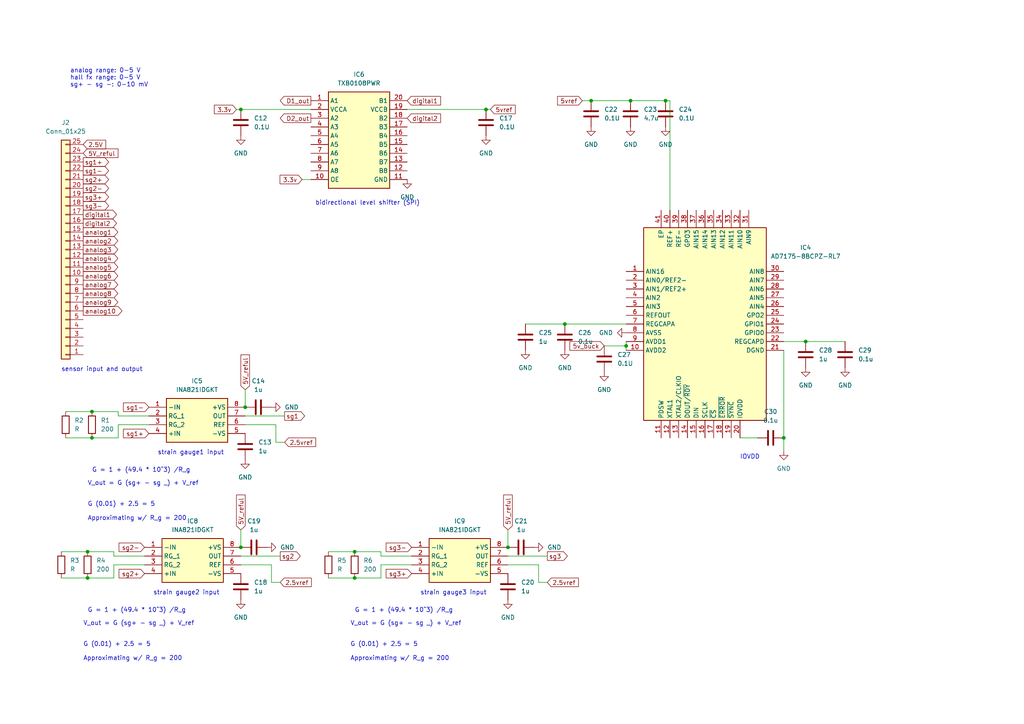
<source format=kicad_sch>
(kicad_sch (version 20230121) (generator eeschema)
  (paper "A4")
  (lib_symbols
    (symbol "21xt_symbols:AD7175-8BCPZ-RL7"
      (property "Reference" "IC" (at 41.91 17.78 0))
      (property "Value" "AD7175-8BCPZ-RL7" (at 41.91 15.24 0))
      (symbol "AD7175-8BCPZ-RL7_1_1"
        (rectangle (start 5.08 12.7) (end 40.64 -43.18) (stroke (width 0.254)) (fill (type background)))
        (pin passive line (at 0 0 0) (length 5.08) (name "AIN16") (number "1"))
        (pin passive line (at 0 -22.86 0) (length 5.08) (name "AVDD2") (number "10"))
        (pin passive line (at 10.16 -48.26 90) (length 5.08) (name "PDSW") (number "11"))
        (pin passive line (at 12.7 -48.26 90) (length 5.08) (name "XTAL1") (number "12"))
        (pin passive line (at 15.24 -48.26 90) (length 5.08) (name "XTAL2/CLKIO") (number "13"))
        (pin passive line (at 17.78 -48.26 90) (length 5.08) (name "DOUT/~{RDY}") (number "14"))
        (pin passive line (at 20.32 -48.26 90) (length 5.08) (name "DIN") (number "15"))
        (pin passive line (at 22.86 -48.26 90) (length 5.08) (name "SCLK") (number "16"))
        (pin passive line (at 25.4 -48.26 90) (length 5.08) (name "~{CS}") (number "17"))
        (pin passive line (at 27.94 -48.26 90) (length 5.08) (name "~{ERROR}") (number "18"))
        (pin passive line (at 30.48 -48.26 90) (length 5.08) (name "~{SYNC}") (number "19"))
        (pin passive line (at 0 -2.54 0) (length 5.08) (name "AIN0/REF2-") (number "2"))
        (pin passive line (at 33.02 -48.26 90) (length 5.08) (name "IOVDD") (number "20"))
        (pin passive line (at 45.72 -22.86 180) (length 5.08) (name "DGND") (number "21"))
        (pin passive line (at 45.72 -20.32 180) (length 5.08) (name "REGCAPD") (number "22"))
        (pin passive line (at 45.72 -17.78 180) (length 5.08) (name "GPIO0") (number "23"))
        (pin passive line (at 45.72 -15.24 180) (length 5.08) (name "GPIO1") (number "24"))
        (pin passive line (at 45.72 -12.7 180) (length 5.08) (name "GPO2") (number "25"))
        (pin passive line (at 45.72 -10.16 180) (length 5.08) (name "AIN4") (number "26"))
        (pin passive line (at 45.72 -7.62 180) (length 5.08) (name "AIN5") (number "27"))
        (pin passive line (at 45.72 -5.08 180) (length 5.08) (name "AIN6") (number "28"))
        (pin passive line (at 45.72 -2.54 180) (length 5.08) (name "AIN7") (number "29"))
        (pin passive line (at 0 -5.08 0) (length 5.08) (name "AIN1/REF2+") (number "3"))
        (pin passive line (at 45.72 0 180) (length 5.08) (name "AIN8") (number "30"))
        (pin passive line (at 35.56 17.78 270) (length 5.08) (name "AIN9") (number "31"))
        (pin passive line (at 33.02 17.78 270) (length 5.08) (name "AIN10") (number "32"))
        (pin passive line (at 30.48 17.78 270) (length 5.08) (name "AIN11") (number "33"))
        (pin passive line (at 27.94 17.78 270) (length 5.08) (name "AIN12") (number "34"))
        (pin passive line (at 25.4 17.78 270) (length 5.08) (name "AIN13") (number "35"))
        (pin passive line (at 22.86 17.78 270) (length 5.08) (name "AIN14") (number "36"))
        (pin passive line (at 20.32 17.78 270) (length 5.08) (name "AIN15") (number "37"))
        (pin passive line (at 17.78 17.78 270) (length 5.08) (name "GPO3") (number "38"))
        (pin passive line (at 15.24 17.78 270) (length 5.08) (name "REF-") (number "39"))
        (pin passive line (at 0 -7.62 0) (length 5.08) (name "AIN2") (number "4"))
        (pin passive line (at 12.7 17.78 270) (length 5.08) (name "REF+") (number "40"))
        (pin passive line (at 10.16 17.78 270) (length 5.08) (name "EP") (number "41"))
        (pin passive line (at 0 -10.16 0) (length 5.08) (name "AIN3") (number "5"))
        (pin passive line (at 0 -12.7 0) (length 5.08) (name "REFOUT") (number "6"))
        (pin passive line (at 0 -15.24 0) (length 5.08) (name "REGCAPA") (number "7"))
        (pin passive line (at 0 -17.78 0) (length 5.08) (name "AVSS") (number "8"))
        (pin passive line (at 0 -20.32 0) (length 5.08) (name "AVDD1") (number "9"))
      )
    )
    (symbol "21xt_symbols:INA821IDGKT"
      (property "Reference" "IC" (at 24.13 7.62 0))
      (property "Value" "INA821IDGKT" (at 24.13 5.08 0))
      (symbol "INA821IDGKT_1_1"
        (rectangle (start 5.08 2.54) (end 22.86 -10.16) (stroke (width 0.254)) (fill (type background)))
        (pin input line (at 0 0 0) (length 5.08) (name "-IN") (number "1"))
        (pin passive line (at 0 -2.54 0) (length 5.08) (name "RG_1") (number "2"))
        (pin passive line (at 0 -5.08 0) (length 5.08) (name "RG_2") (number "3"))
        (pin input line (at 0 -7.62 0) (length 5.08) (name "+IN") (number "4"))
        (pin power_in line (at 27.94 -7.62 180) (length 5.08) (name "-VS") (number "5"))
        (pin passive line (at 27.94 -5.08 180) (length 5.08) (name "REF") (number "6"))
        (pin output line (at 27.94 -2.54 180) (length 5.08) (name "OUT") (number "7"))
        (pin power_in line (at 27.94 0 180) (length 5.08) (name "+VS") (number "8"))
      )
    )
    (symbol "21xt_symbols:TXB0108PWR"
      (property "Reference" "IC" (at 24.13 7.62 0))
      (property "Value" "TXB0108PWR" (at 24.13 5.08 0))
      (symbol "TXB0108PWR_1_1"
        (rectangle (start 5.08 2.54) (end 22.86 -25.4) (stroke (width 0.254)) (fill (type background)))
        (pin passive line (at 0 0 0) (length 5.08) (name "A1") (number "1"))
        (pin passive line (at 0 -22.86 0) (length 5.08) (name "OE") (number "10"))
        (pin passive line (at 27.94 -22.86 180) (length 5.08) (name "GND") (number "11"))
        (pin passive line (at 27.94 -20.32 180) (length 5.08) (name "B8") (number "12"))
        (pin passive line (at 27.94 -17.78 180) (length 5.08) (name "B7") (number "13"))
        (pin passive line (at 27.94 -15.24 180) (length 5.08) (name "B6") (number "14"))
        (pin passive line (at 27.94 -12.7 180) (length 5.08) (name "B5") (number "15"))
        (pin passive line (at 27.94 -10.16 180) (length 5.08) (name "B4") (number "16"))
        (pin passive line (at 27.94 -7.62 180) (length 5.08) (name "B3") (number "17"))
        (pin passive line (at 27.94 -5.08 180) (length 5.08) (name "B2") (number "18"))
        (pin passive line (at 27.94 -2.54 180) (length 5.08) (name "VCCB") (number "19"))
        (pin passive line (at 0 -2.54 0) (length 5.08) (name "VCCA") (number "2"))
        (pin passive line (at 27.94 0 180) (length 5.08) (name "B1") (number "20"))
        (pin passive line (at 0 -5.08 0) (length 5.08) (name "A2") (number "3"))
        (pin passive line (at 0 -7.62 0) (length 5.08) (name "A3") (number "4"))
        (pin passive line (at 0 -10.16 0) (length 5.08) (name "A4") (number "5"))
        (pin passive line (at 0 -12.7 0) (length 5.08) (name "A5") (number "6"))
        (pin passive line (at 0 -15.24 0) (length 5.08) (name "A6") (number "7"))
        (pin passive line (at 0 -17.78 0) (length 5.08) (name "A7") (number "8"))
        (pin passive line (at 0 -20.32 0) (length 5.08) (name "A8") (number "9"))
      )
    )
    (symbol "Connector_Generic:Conn_01x25" (pin_names (offset 1.016) hide)
      (property "Reference" "J" (at 0 33.02 0))
      (property "Value" "Conn_01x25" (at 0 -33.02 0))
      (symbol "Conn_01x25_1_1"
        (rectangle (start -1.27 -30.353) (end 0 -30.607) (stroke (width 0.1524)))
        (rectangle (start -1.27 -27.813) (end 0 -28.067) (stroke (width 0.1524)))
        (rectangle (start -1.27 -25.273) (end 0 -25.527) (stroke (width 0.1524)))
        (rectangle (start -1.27 -22.733) (end 0 -22.987) (stroke (width 0.1524)))
        (rectangle (start -1.27 -20.193) (end 0 -20.447) (stroke (width 0.1524)))
        (rectangle (start -1.27 -17.653) (end 0 -17.907) (stroke (width 0.1524)))
        (rectangle (start -1.27 -15.113) (end 0 -15.367) (stroke (width 0.1524)))
        (rectangle (start -1.27 -12.573) (end 0 -12.827) (stroke (width 0.1524)))
        (rectangle (start -1.27 -10.033) (end 0 -10.287) (stroke (width 0.1524)))
        (rectangle (start -1.27 -7.493) (end 0 -7.747) (stroke (width 0.1524)))
        (rectangle (start -1.27 -4.953) (end 0 -5.207) (stroke (width 0.1524)))
        (rectangle (start -1.27 -2.413) (end 0 -2.667) (stroke (width 0.1524)))
        (rectangle (start -1.27 0.127) (end 0 -0.127) (stroke (width 0.1524)))
        (rectangle (start -1.27 2.667) (end 0 2.413) (stroke (width 0.1524)))
        (rectangle (start -1.27 5.207) (end 0 4.953) (stroke (width 0.1524)))
        (rectangle (start -1.27 7.747) (end 0 7.493) (stroke (width 0.1524)))
        (rectangle (start -1.27 10.287) (end 0 10.033) (stroke (width 0.1524)))
        (rectangle (start -1.27 12.827) (end 0 12.573) (stroke (width 0.1524)))
        (rectangle (start -1.27 15.367) (end 0 15.113) (stroke (width 0.1524)))
        (rectangle (start -1.27 17.907) (end 0 17.653) (stroke (width 0.1524)))
        (rectangle (start -1.27 20.447) (end 0 20.193) (stroke (width 0.1524)))
        (rectangle (start -1.27 22.987) (end 0 22.733) (stroke (width 0.1524)))
        (rectangle (start -1.27 25.527) (end 0 25.273) (stroke (width 0.1524)))
        (rectangle (start -1.27 28.067) (end 0 27.813) (stroke (width 0.1524)))
        (rectangle (start -1.27 30.607) (end 0 30.353) (stroke (width 0.1524)))
        (rectangle (start -1.27 31.75) (end 1.27 -31.75) (stroke (width 0.254)) (fill (type background)))
        (pin passive line (at -5.08 30.48 0) (length 3.81) (name "Pin_1") (number "1"))
        (pin passive line (at -5.08 7.62 0) (length 3.81) (name "Pin_10") (number "10"))
        (pin passive line (at -5.08 5.08 0) (length 3.81) (name "Pin_11") (number "11"))
        (pin passive line (at -5.08 2.54 0) (length 3.81) (name "Pin_12") (number "12"))
        (pin passive line (at -5.08 0 0) (length 3.81) (name "Pin_13") (number "13"))
        (pin passive line (at -5.08 -2.54 0) (length 3.81) (name "Pin_14") (number "14"))
        (pin passive line (at -5.08 -5.08 0) (length 3.81) (name "Pin_15") (number "15"))
        (pin passive line (at -5.08 -7.62 0) (length 3.81) (name "Pin_16") (number "16"))
        (pin passive line (at -5.08 -10.16 0) (length 3.81) (name "Pin_17") (number "17"))
        (pin passive line (at -5.08 -12.7 0) (length 3.81) (name "Pin_18") (number "18"))
        (pin passive line (at -5.08 -15.24 0) (length 3.81) (name "Pin_19") (number "19"))
        (pin passive line (at -5.08 27.94 0) (length 3.81) (name "Pin_2") (number "2"))
        (pin passive line (at -5.08 -17.78 0) (length 3.81) (name "Pin_20") (number "20"))
        (pin passive line (at -5.08 -20.32 0) (length 3.81) (name "Pin_21") (number "21"))
        (pin passive line (at -5.08 -22.86 0) (length 3.81) (name "Pin_22") (number "22"))
        (pin passive line (at -5.08 -25.4 0) (length 3.81) (name "Pin_23") (number "23"))
        (pin passive line (at -5.08 -27.94 0) (length 3.81) (name "Pin_24") (number "24"))
        (pin passive line (at -5.08 -30.48 0) (length 3.81) (name "Pin_25") (number "25"))
        (pin passive line (at -5.08 25.4 0) (length 3.81) (name "Pin_3") (number "3"))
        (pin passive line (at -5.08 22.86 0) (length 3.81) (name "Pin_4") (number "4"))
        (pin passive line (at -5.08 20.32 0) (length 3.81) (name "Pin_5") (number "5"))
        (pin passive line (at -5.08 17.78 0) (length 3.81) (name "Pin_6") (number "6"))
        (pin passive line (at -5.08 15.24 0) (length 3.81) (name "Pin_7") (number "7"))
        (pin passive line (at -5.08 12.7 0) (length 3.81) (name "Pin_8") (number "8"))
        (pin passive line (at -5.08 10.16 0) (length 3.81) (name "Pin_9") (number "9"))
      )
    )
    (symbol "Device:C" (pin_numbers hide) (pin_names (offset 0.254))
      (property "Reference" "C" (at 0.635 2.54 0))
      (property "Value" "C" (at 0.635 -2.54 0))
      (symbol "C_0_1"
        (polyline (pts (xy -2.032 -0.762) (xy 2.032 -0.762)) (stroke (width 0.508)))
        (polyline (pts (xy -2.032 0.762) (xy 2.032 0.762)) (stroke (width 0.508)))
      )
      (symbol "C_1_1"
        (pin passive line (at 0 3.81 270) (length 2.794) (name "~") (number "1"))
        (pin passive line (at 0 -3.81 90) (length 2.794) (name "~") (number "2"))
      )
    )
    (symbol "Device:R" (pin_numbers hide) (pin_names (offset 0))
      (property "Reference" "R" (at 2.032 0 90))
      (property "Value" "R" (at 0 0 90))
      (symbol "R_0_1"
        (rectangle (start -1.016 -2.54) (end 1.016 2.54) (stroke (width 0.254)))
      )
      (symbol "R_1_1"
        (pin passive line (at 0 3.81 270) (length 1.27) (name "~") (number "1"))
        (pin passive line (at 0 -3.81 90) (length 1.27) (name "~") (number "2"))
      )
    )
    (symbol "power:GND" (power) (pin_names (offset 0))
      (property "Value" "GND" (at 0 -3.81 0))
      (symbol "GND_0_1"
        (polyline (pts (xy 0 0) (xy 0 -1.27) (xy 1.27 -1.27) (xy 0 -2.54) (xy -1.27 -1.27) (xy 0 -1.27)))
      )
      (symbol "GND_1_1"
        (pin power_in line (at 0 0 270) (length 0) hide (name "GND") (number "1"))
      )
    )
  )
  (junction (at 26.67 119.38))
  (junction (at 102.87 167.64))
  (junction (at 71.12 118.11))
  (junction (at 181.61 100.33))
  (junction (at 193.04 29.21))
  (junction (at 227.33 127))
  (junction (at 25.4 167.64))
  (junction (at 163.83 93.98))
  (junction (at 182.88 29.21))
  (junction (at 147.32 158.75))
  (junction (at 69.85 158.75))
  (junction (at 140.97 31.75))
  (junction (at 171.45 29.21))
  (junction (at 69.85 31.75))
  (junction (at 26.67 127))
  (junction (at 102.87 160.02))
  (junction (at 233.68 99.06))
  (junction (at 25.4 160.02))
  (wire (pts (xy 34.29 119.38) (xy 34.29 120.65)))
  (wire (pts (xy 68.58 31.75) (xy 69.85 31.75)))
  (wire (pts (xy 80.01 128.27) (xy 82.55 128.27)))
  (wire (pts (xy 194.31 29.21) (xy 194.31 60.96)))
  (wire (pts (xy 34.29 123.19) (xy 34.29 127)))
  (wire (pts (xy 102.87 167.64) (xy 110.49 167.64)))
  (wire (pts (xy 147.32 161.29) (xy 158.75 161.29)))
  (wire (pts (xy 147.32 163.83) (xy 156.21 163.83)))
  (wire (pts (xy 78.74 168.91) (xy 81.28 168.91)))
  (wire (pts (xy 233.68 99.06) (xy 245.11 99.06)))
  (wire (pts (xy 69.85 161.29) (xy 81.28 161.29)))
  (wire (pts (xy 163.83 93.98) (xy 181.61 93.98)))
  (wire (pts (xy 119.38 163.83) (xy 110.49 163.83)))
  (wire (pts (xy 34.29 120.65) (xy 43.18 120.65)))
  (wire (pts (xy 71.12 123.19) (xy 80.01 123.19)))
  (wire (pts (xy 19.05 127) (xy 26.67 127)))
  (wire (pts (xy 17.78 160.02) (xy 25.4 160.02)))
  (wire (pts (xy 214.63 127) (xy 219.71 127)))
  (wire (pts (xy 140.97 31.75) (xy 142.24 31.75)))
  (wire (pts (xy 71.12 120.65) (xy 82.55 120.65)))
  (wire (pts (xy 168.91 29.21) (xy 171.45 29.21)))
  (wire (pts (xy 87.63 52.07) (xy 90.17 52.07)))
  (wire (pts (xy 95.25 167.64) (xy 102.87 167.64)))
  (wire (pts (xy 25.4 160.02) (xy 33.02 160.02)))
  (wire (pts (xy 102.87 160.02) (xy 110.49 160.02)))
  (wire (pts (xy 26.67 119.38) (xy 34.29 119.38)))
  (wire (pts (xy 227.33 99.06) (xy 233.68 99.06)))
  (wire (pts (xy 147.32 153.67) (xy 147.32 158.75)))
  (wire (pts (xy 19.05 119.38) (xy 26.67 119.38)))
  (wire (pts (xy 69.85 153.67) (xy 69.85 158.75)))
  (wire (pts (xy 95.25 160.02) (xy 102.87 160.02)))
  (wire (pts (xy 110.49 160.02) (xy 110.49 161.29)))
  (wire (pts (xy 156.21 163.83) (xy 156.21 168.91)))
  (wire (pts (xy 175.26 100.33) (xy 181.61 100.33)))
  (wire (pts (xy 181.61 100.33) (xy 181.61 101.6)))
  (wire (pts (xy 71.12 113.03) (xy 71.12 118.11)))
  (wire (pts (xy 78.74 163.83) (xy 78.74 168.91)))
  (wire (pts (xy 227.33 130.81) (xy 227.33 127)))
  (wire (pts (xy 156.21 168.91) (xy 158.75 168.91)))
  (wire (pts (xy 43.18 123.19) (xy 34.29 123.19)))
  (wire (pts (xy 80.01 123.19) (xy 80.01 128.27)))
  (wire (pts (xy 69.85 163.83) (xy 78.74 163.83)))
  (wire (pts (xy 17.78 167.64) (xy 25.4 167.64)))
  (wire (pts (xy 110.49 163.83) (xy 110.49 167.64)))
  (wire (pts (xy 33.02 161.29) (xy 41.91 161.29)))
  (wire (pts (xy 118.11 31.75) (xy 140.97 31.75)))
  (wire (pts (xy 193.04 29.21) (xy 194.31 29.21)))
  (wire (pts (xy 152.4 93.98) (xy 163.83 93.98)))
  (wire (pts (xy 181.61 99.06) (xy 181.61 100.33)))
  (wire (pts (xy 182.88 29.21) (xy 193.04 29.21)))
  (wire (pts (xy 69.85 31.75) (xy 90.17 31.75)))
  (wire (pts (xy 110.49 161.29) (xy 119.38 161.29)))
  (wire (pts (xy 26.67 127) (xy 34.29 127)))
  (wire (pts (xy 41.91 163.83) (xy 33.02 163.83)))
  (wire (pts (xy 171.45 29.21) (xy 182.88 29.21)))
  (wire (pts (xy 33.02 163.83) (xy 33.02 167.64)))
  (wire (pts (xy 25.4 167.64) (xy 33.02 167.64)))
  (wire (pts (xy 33.02 160.02) (xy 33.02 161.29)))
  (wire (pts (xy 227.33 127) (xy 227.33 101.6)))
  (text "bidirectional level shifter (SPI)" (at 91.44 59.69 0) (effects (font (size 1.27 1.27)) (justify left bottom)))
  (text "IOVDD" (at 214.63 133.35 0) (effects (font (size 1.27 1.27)) (justify left bottom)))
  (text "strain gauge3 input" (at 121.92 172.72 0) (effects (font (size 1.27 1.27)) (justify left bottom)))
  (text "strain gauge1 input" (at 45.72 132.08 0) (effects (font (size 1.27 1.27)) (justify left bottom)))
  (text "G = 1 + (49.4 * 10^3) /R_g" (at 26.67 137.16 0) (effects (font (size 1.27 1.27)) (justify left bottom)))
  (text "sensor input and output" (at 17.78 107.95 0) (effects (font (size 1.27 1.27)) (justify left bottom)))
  (text "strain gauge2 input" (at 44.45 172.72 0) (effects (font (size 1.27 1.27)) (justify left bottom)))
  (text "analog range: 0-5 V\nhall fx range: 0-5 V\nsg+ - sg -: 0-10 mV" (at 20.32 25.4 0) (effects (font (size 1.27 1.27)) (justify left bottom)))
  (text "V_out = G (sg+ - sg _) + V_ref " (at 101.6 181.61 0) (effects (font (size 1.27 1.27)) (justify left bottom)))
  (text "V_out = G (sg+ - sg _) + V_ref " (at 24.13 181.61 0) (effects (font (size 1.27 1.27)) (justify left bottom)))
  (text "G (0.01) + 2.5 = 5\n\nApproximating w/ R_g = 200" (at 101.6 191.77 0) (effects (font (size 1.27 1.27)) (justify left bottom)))
  (text "G (0.01) + 2.5 = 5\n\nApproximating w/ R_g = 200" (at 24.13 191.77 0) (effects (font (size 1.27 1.27)) (justify left bottom)))
  (text "G = 1 + (49.4 * 10^3) /R_g" (at 102.87 177.8 0) (effects (font (size 1.27 1.27)) (justify left bottom)))
  (text "G = 1 + (49.4 * 10^3) /R_g" (at 25.4 177.8 0) (effects (font (size 1.27 1.27)) (justify left bottom)))
  (text "V_out = G (sg+ - sg _) + V_ref " (at 25.4 140.97 0) (effects (font (size 1.27 1.27)) (justify left bottom)))
  (text "G (0.01) + 2.5 = 5\n\nApproximating w/ R_g = 200" (at 25.4 151.13 0) (effects (font (size 1.27 1.27)) (justify left bottom)))
  (global_label "sg1+" (shape input) (at 43.18 125.73 180) (property "Intersheetrefs" "${INTERSHEET_REFS}" (effects hide)))
  (global_label "5v_buck" (shape input) (at 175.26 100.33 180) (property "Intersheetrefs" "${INTERSHEET_REFS}" (effects hide)))
  (global_label "D2_out" (shape output) (at 90.17 34.29 180) (property "Intersheetrefs" "${INTERSHEET_REFS}" (effects hide)))
  (global_label "analog6" (shape output) (at 24.13 80.01 0) (property "Intersheetrefs" "${INTERSHEET_REFS}" (effects hide)))
  (global_label "sg3+" (shape output) (at 24.13 57.15 0) (property "Intersheetrefs" "${INTERSHEET_REFS}" (effects hide)))
  (global_label "5V_reful" (shape input) (at 147.32 153.67 90) (property "Intersheetrefs" "${INTERSHEET_REFS}" (effects hide)))
  (global_label "analog7" (shape output) (at 24.13 82.55 0) (property "Intersheetrefs" "${INTERSHEET_REFS}" (effects hide)))
  (global_label "5V_reful" (shape input) (at 24.13 44.45 0) (property "Intersheetrefs" "${INTERSHEET_REFS}" (effects hide)))
  (global_label "sg2-" (shape output) (at 24.13 54.61 0) (property "Intersheetrefs" "${INTERSHEET_REFS}" (effects hide)))
  (global_label "analog10" (shape output) (at 24.13 90.17 0) (property "Intersheetrefs" "${INTERSHEET_REFS}" (effects hide)))
  (global_label "analog8" (shape output) (at 24.13 85.09 0) (property "Intersheetrefs" "${INTERSHEET_REFS}" (effects hide)))
  (global_label "digital2" (shape output) (at 24.13 64.77 0) (property "Intersheetrefs" "${INTERSHEET_REFS}" (effects hide)))
  (global_label "sg3" (shape output) (at 158.75 161.29 0) (property "Intersheetrefs" "${INTERSHEET_REFS}" (effects hide)))
  (global_label "sg1-" (shape output) (at 24.13 49.53 0) (property "Intersheetrefs" "${INTERSHEET_REFS}" (effects hide)))
  (global_label "digital2" (shape input) (at 118.11 34.29 0) (property "Intersheetrefs" "${INTERSHEET_REFS}" (effects hide)))
  (global_label "5vref" (shape input) (at 168.91 29.21 180) (property "Intersheetrefs" "${INTERSHEET_REFS}" (effects hide)))
  (global_label "2.5V" (shape input) (at 24.13 41.91 0) (property "Intersheetrefs" "${INTERSHEET_REFS}" (effects hide)))
  (global_label "sg3-" (shape output) (at 24.13 59.69 0) (property "Intersheetrefs" "${INTERSHEET_REFS}" (effects hide)))
  (global_label "sg1" (shape output) (at 82.55 120.65 0) (property "Intersheetrefs" "${INTERSHEET_REFS}" (effects hide)))
  (global_label "2.5vref" (shape input) (at 82.55 128.27 0) (property "Intersheetrefs" "${INTERSHEET_REFS}" (effects hide)))
  (global_label "sg2" (shape output) (at 81.28 161.29 0) (property "Intersheetrefs" "${INTERSHEET_REFS}" (effects hide)))
  (global_label "analog4" (shape output) (at 24.13 74.93 0) (property "Intersheetrefs" "${INTERSHEET_REFS}" (effects hide)))
  (global_label "digital1" (shape output) (at 24.13 62.23 0) (property "Intersheetrefs" "${INTERSHEET_REFS}" (effects hide)))
  (global_label "sg2+" (shape input) (at 41.91 166.37 180) (property "Intersheetrefs" "${INTERSHEET_REFS}" (effects hide)))
  (global_label "sg1+" (shape output) (at 24.13 46.99 0) (property "Intersheetrefs" "${INTERSHEET_REFS}" (effects hide)))
  (global_label "3.3v" (shape input) (at 87.63 52.07 180) (property "Intersheetrefs" "${INTERSHEET_REFS}" (effects hide)))
  (global_label "analog9" (shape output) (at 24.13 87.63 0) (property "Intersheetrefs" "${INTERSHEET_REFS}" (effects hide)))
  (global_label "sg3-" (shape input) (at 119.38 158.75 180) (property "Intersheetrefs" "${INTERSHEET_REFS}" (effects hide)))
  (global_label "3.3v" (shape input) (at 68.58 31.75 180) (property "Intersheetrefs" "${INTERSHEET_REFS}" (effects hide)))
  (global_label "5V_reful" (shape input) (at 71.12 113.03 90) (property "Intersheetrefs" "${INTERSHEET_REFS}" (effects hide)))
  (global_label "D1_out" (shape output) (at 90.17 29.21 180) (property "Intersheetrefs" "${INTERSHEET_REFS}" (effects hide)))
  (global_label "digital1" (shape input) (at 118.11 29.21 0) (property "Intersheetrefs" "${INTERSHEET_REFS}" (effects hide)))
  (global_label "2.5vref" (shape input) (at 81.28 168.91 0) (property "Intersheetrefs" "${INTERSHEET_REFS}" (effects hide)))
  (global_label "2.5vref" (shape input) (at 158.75 168.91 0) (property "Intersheetrefs" "${INTERSHEET_REFS}" (effects hide)))
  (global_label "sg2-" (shape input) (at 41.91 158.75 180) (property "Intersheetrefs" "${INTERSHEET_REFS}" (effects hide)))
  (global_label "analog1" (shape output) (at 24.13 67.31 0) (property "Intersheetrefs" "${INTERSHEET_REFS}" (effects hide)))
  (global_label "sg3+" (shape input) (at 119.38 166.37 180) (property "Intersheetrefs" "${INTERSHEET_REFS}" (effects hide)))
  (global_label "5vref" (shape input) (at 142.24 31.75 0) (property "Intersheetrefs" "${INTERSHEET_REFS}" (effects hide)))
  (global_label "analog2" (shape output) (at 24.13 69.85 0) (property "Intersheetrefs" "${INTERSHEET_REFS}" (effects hide)))
  (global_label "analog5" (shape output) (at 24.13 77.47 0) (property "Intersheetrefs" "${INTERSHEET_REFS}" (effects hide)))
  (global_label "analog3" (shape output) (at 24.13 72.39 0) (property "Intersheetrefs" "${INTERSHEET_REFS}" (effects hide)))
  (global_label "sg1-" (shape input) (at 43.18 118.11 180) (property "Intersheetrefs" "${INTERSHEET_REFS}" (effects hide)))
  (global_label "sg2+" (shape output) (at 24.13 52.07 0) (property "Intersheetrefs" "${INTERSHEET_REFS}" (effects hide)))
  (global_label "5V_reful" (shape input) (at 69.85 153.67 90) (property "Intersheetrefs" "${INTERSHEET_REFS}" (effects hide)))
  (symbol (lib_id "Device:C") (at 140.97 35.56 0) (unit 1)
    (property "Reference" "C17" (at 144.78 34.29 0) (effects (justify left)))
    (property "Value" "0.1U" (at 144.78 36.83 0) (effects (justify left)))
  )
  (symbol (lib_id "Device:C") (at 193.04 33.02 0) (unit 1)
    (property "Reference" "C24" (at 196.85 31.75 0) (effects (justify left)))
    (property "Value" "0.1U" (at 196.85 34.29 0) (effects (justify left)))
  )
  (symbol (lib_id "power:GND") (at 171.45 36.83 0) (unit 1)
    (property "Reference" "#PWR035" (effects hide))
    (property "Value" "GND" (at 171.45 41.91 0))
  )
  (symbol (lib_id "power:GND") (at 118.11 52.07 0) (unit 1)
    (property "Reference" "#PWR030" (effects hide))
    (property "Value" "GND" (at 118.11 57.15 0))
  )
  (symbol (lib_id "power:GND") (at 77.47 158.75 90) (unit 1)
    (property "Reference" "#PWR032" (effects hide))
    (property "Value" "GND" (at 81.28 158.75 90) (effects (justify right)))
  )
  (symbol (lib_id "power:GND") (at 182.88 36.83 0) (unit 1)
    (property "Reference" "#PWR036" (effects hide))
    (property "Value" "GND" (at 182.88 41.91 0))
  )
  (symbol (lib_id "Device:C") (at 171.45 33.02 0) (unit 1)
    (property "Reference" "C22" (at 175.26 31.75 0) (effects (justify left)))
    (property "Value" "0.1U" (at 175.26 34.29 0) (effects (justify left)))
  )
  (symbol (lib_id "power:GND") (at 78.74 118.11 90) (unit 1)
    (property "Reference" "#PWR023" (effects hide))
    (property "Value" "GND" (at 82.55 118.11 90) (effects (justify right)))
  )
  (symbol (lib_id "power:GND") (at 193.04 36.83 0) (unit 1)
    (property "Reference" "#PWR037" (effects hide))
    (property "Value" "GND" (at 193.04 41.91 0))
  )
  (symbol (lib_id "21xt_symbols:INA821IDGKT") (at 41.91 158.75 0) (unit 1)
    (property "Reference" "IC8" (at 55.88 151.13 0))
    (property "Value" "INA821IDGKT" (at 55.88 153.67 0))
    (property "Footprint" "SOP65P490X110-8N" (effects hide))
    (property "Datasheet" "http://www.ti.com/lit/ds/symlink/ina821.pdf" (effects hide))
    (property "Height" "1.1" (effects hide))
    (property "Mouser Part Number" "595-INA821IDGKT" (effects hide))
    (property "Mouser Price/Stock" "https://www.mouser.co.uk/ProductDetail/Texas-Instruments/INA821IDGKT?qs=LDGDZb5k%2F%252B8diOW5CeiHfQ%3D%3D" (effects hide))
    (property "Manufacturer_Name" "Texas Instruments" (effects hide))
    (property "Manufacturer_Part_Number" "INA821IDGKT" (effects hide))
  )
  (symbol (lib_id "Device:R") (at 17.78 163.83 0) (unit 1)
    (property "Reference" "R3" (at 20.32 162.56 0) (effects (justify left)))
    (property "Value" "R" (at 20.32 165.1 0) (effects (justify left)))
  )
  (symbol (lib_id "Device:C") (at 245.11 102.87 0) (unit 1)
    (property "Reference" "C29" (at 248.92 101.6 0) (effects (justify left)))
    (property "Value" "0.1u" (at 248.92 104.14 0) (effects (justify left)))
  )
  (symbol (lib_id "power:GND") (at 175.26 107.95 0) (unit 1)
    (property "Reference" "#PWR041" (effects hide))
    (property "Value" "GND" (at 175.26 113.03 0))
  )
  (symbol (lib_id "Device:R") (at 25.4 163.83 0) (unit 1)
    (property "Reference" "R4" (at 27.94 162.56 0) (effects (justify left)))
    (property "Value" "200" (at 27.94 165.1 0) (effects (justify left)))
  )
  (symbol (lib_id "power:GND") (at 233.68 106.68 0) (unit 1)
    (property "Reference" "#PWR042" (effects hide))
    (property "Value" "GND" (at 233.68 111.76 0))
  )
  (symbol (lib_id "power:GND") (at 71.12 133.35 0) (unit 1)
    (property "Reference" "#PWR022" (effects hide))
    (property "Value" "GND" (at 71.12 138.43 0))
  )
  (symbol (lib_id "Device:C") (at 74.93 118.11 90) (unit 1)
    (property "Reference" "C14" (at 74.93 110.49 90))
    (property "Value" "1u" (at 74.93 113.03 90))
  )
  (symbol (lib_id "Device:R") (at 19.05 123.19 0) (unit 1)
    (property "Reference" "R2" (at 21.59 121.92 0) (effects (justify left)))
    (property "Value" "R" (at 21.59 124.46 0) (effects (justify left)))
  )
  (symbol (lib_id "Device:C") (at 152.4 97.79 0) (unit 1)
    (property "Reference" "C25" (at 156.21 96.52 0) (effects (justify left)))
    (property "Value" "1u" (at 156.21 99.06 0) (effects (justify left)))
  )
  (symbol (lib_id "21xt_symbols:INA821IDGKT") (at 43.18 118.11 0) (unit 1)
    (property "Reference" "IC5" (at 57.15 110.49 0))
    (property "Value" "INA821IDGKT" (at 57.15 113.03 0))
    (property "Footprint" "SOP65P490X110-8N" (effects hide))
    (property "Datasheet" "http://www.ti.com/lit/ds/symlink/ina821.pdf" (effects hide))
    (property "Height" "1.1" (effects hide))
    (property "Mouser Part Number" "595-INA821IDGKT" (effects hide))
    (property "Mouser Price/Stock" "https://www.mouser.co.uk/ProductDetail/Texas-Instruments/INA821IDGKT?qs=LDGDZb5k%2F%252B8diOW5CeiHfQ%3D%3D" (effects hide))
    (property "Manufacturer_Name" "Texas Instruments" (effects hide))
    (property "Manufacturer_Part_Number" "INA821IDGKT" (effects hide))
  )
  (symbol (lib_id "power:GND") (at 140.97 39.37 0) (unit 1)
    (property "Reference" "#PWR029" (effects hide))
    (property "Value" "GND" (at 140.97 44.45 0))
  )
  (symbol (lib_id "power:GND") (at 69.85 39.37 0) (unit 1)
    (property "Reference" "#PWR028" (effects hide))
    (property "Value" "GND" (at 69.85 44.45 0))
  )
  (symbol (lib_id "power:GND") (at 152.4 101.6 0) (unit 1)
    (property "Reference" "#PWR039" (effects hide))
    (property "Value" "GND" (at 152.4 106.68 0))
  )
  (symbol (lib_id "Device:C") (at 175.26 104.14 0) (unit 1)
    (property "Reference" "C27" (at 179.07 102.87 0) (effects (justify left)))
    (property "Value" "0.1U" (at 179.07 105.41 0) (effects (justify left)))
  )
  (symbol (lib_id "power:GND") (at 69.85 173.99 0) (unit 1)
    (property "Reference" "#PWR031" (effects hide))
    (property "Value" "GND" (at 69.85 179.07 0))
  )
  (symbol (lib_id "21xt_symbols:AD7175-8BCPZ-RL7") (at 181.61 78.74 0) (unit 1)
    (property "Reference" "IC4" (at 233.68 71.8119 0))
    (property "Value" "AD7175-8BCPZ-RL7" (at 233.68 74.3519 0))
    (property "Footprint" "QFN50P600X600X80-41N-D" (effects hide))
    (property "Datasheet" "https://componentsearchengine.com/Datasheets/2/AD7175-8BCPZ-RL7.pdf" (effects hide))
    (property "Height" "0.8" (effects hide))
    (property "Mouser Part Number" "584-AD7175-8BCPZ-RL7" (effects hide))
    (property "Mouser Price/Stock" "https://www.mouser.co.uk/ProductDetail/Analog-Devices/AD7175-8BCPZ-RL7?qs=JeIcUl65ClCxXjl02vXI6Q%3D%3D" (effects hide))
    (property "Manufacturer_Name" "Analog Devices" (effects hide))
    (property "Manufacturer_Part_Number" "AD7175-8BCPZ-RL7" (effects hide))
  )
  (symbol (lib_id "Device:C") (at 69.85 35.56 0) (unit 1)
    (property "Reference" "C12" (at 73.66 34.29 0) (effects (justify left)))
    (property "Value" "0.1U" (at 73.66 36.83 0) (effects (justify left)))
  )
  (symbol (lib_id "power:GND") (at 245.11 106.68 0) (unit 1)
    (property "Reference" "#PWR043" (effects hide))
    (property "Value" "GND" (at 245.11 111.76 0))
  )
  (symbol (lib_id "21xt_symbols:INA821IDGKT") (at 119.38 158.75 0) (unit 1)
    (property "Reference" "IC9" (at 133.35 151.13 0))
    (property "Value" "INA821IDGKT" (at 133.35 153.67 0))
    (property "Footprint" "SOP65P490X110-8N" (effects hide))
    (property "Datasheet" "http://www.ti.com/lit/ds/symlink/ina821.pdf" (effects hide))
    (property "Height" "1.1" (effects hide))
    (property "Mouser Part Number" "595-INA821IDGKT" (effects hide))
    (property "Mouser Price/Stock" "https://www.mouser.co.uk/ProductDetail/Texas-Instruments/INA821IDGKT?qs=LDGDZb5k%2F%252B8diOW5CeiHfQ%3D%3D" (effects hide))
    (property "Manufacturer_Name" "Texas Instruments" (effects hide))
    (property "Manufacturer_Part_Number" "INA821IDGKT" (effects hide))
  )
  (symbol (lib_id "power:GND") (at 147.32 173.99 0) (unit 1)
    (property "Reference" "#PWR033" (effects hide))
    (property "Value" "GND" (at 147.32 179.07 0))
  )
  (symbol (lib_id "power:GND") (at 154.94 158.75 90) (unit 1)
    (property "Reference" "#PWR034" (effects hide))
    (property "Value" "GND" (at 158.75 158.75 90) (effects (justify right)))
  )
  (symbol (lib_id "Device:R") (at 102.87 163.83 0) (unit 1)
    (property "Reference" "R6" (at 105.41 162.56 0) (effects (justify left)))
    (property "Value" "200" (at 105.41 165.1 0) (effects (justify left)))
  )
  (symbol (lib_id "Device:C") (at 71.12 129.54 0) (unit 1)
    (property "Reference" "C13" (at 74.93 128.27 0) (effects (justify left)))
    (property "Value" "1u" (at 74.93 130.81 0) (effects (justify left)))
  )
  (symbol (lib_id "Device:C") (at 182.88 33.02 0) (unit 1)
    (property "Reference" "C23" (at 186.69 31.75 0) (effects (justify left)))
    (property "Value" "4.7u" (at 186.69 34.29 0) (effects (justify left)))
  )
  (symbol (lib_id "Connector_Generic:Conn_01x25") (at 19.05 72.39 180) (unit 1)
    (property "Reference" "J2" (at 19.05 35.56 0))
    (property "Value" "Conn_01x25" (at 19.05 38.1 0))
  )
  (symbol (lib_id "Device:C") (at 163.83 97.79 0) (unit 1)
    (property "Reference" "C26" (at 167.64 96.52 0) (effects (justify left)))
    (property "Value" "0.1u" (at 167.64 99.06 0) (effects (justify left)))
  )
  (symbol (lib_id "Device:C") (at 151.13 158.75 90) (unit 1)
    (property "Reference" "C21" (at 151.13 151.13 90))
    (property "Value" "1u" (at 151.13 153.67 90))
  )
  (symbol (lib_id "Device:R") (at 26.67 123.19 0) (unit 1)
    (property "Reference" "R1" (at 29.21 121.92 0) (effects (justify left)))
    (property "Value" "200" (at 29.21 124.46 0) (effects (justify left)))
  )
  (symbol (lib_id "21xt_symbols:TXB0108PWR") (at 90.17 29.21 0) (unit 1)
    (property "Reference" "IC6" (at 104.14 21.59 0))
    (property "Value" "TXB0108PWR" (at 104.14 24.13 0))
    (property "Footprint" "SOP65P640X120-20N" (effects hide))
    (property "Datasheet" "http://www.ti.com/lit/ds/symlink/txb0108.pdf" (effects hide))
    (property "Height" "1.2" (effects hide))
    (property "Mouser Part Number" "595-TXB0108PWR" (effects hide))
    (property "Mouser Price/Stock" "https://www.mouser.co.uk/ProductDetail/Texas-Instruments/TXB0108PWR?qs=oFXvjAmG9EgEUWGWzOVFCA%3D%3D" (effects hide))
    (property "Manufacturer_Name" "Texas Instruments" (effects hide))
    (property "Manufacturer_Part_Number" "TXB0108PWR" (effects hide))
  )
  (symbol (lib_id "Device:C") (at 233.68 102.87 0) (unit 1)
    (property "Reference" "C28" (at 237.49 101.6 0) (effects (justify left)))
    (property "Value" "1u" (at 237.49 104.14 0) (effects (justify left)))
  )
  (symbol (lib_id "Device:C") (at 69.85 170.18 0) (unit 1)
    (property "Reference" "C18" (at 73.66 168.91 0) (effects (justify left)))
    (property "Value" "1u" (at 73.66 171.45 0) (effects (justify left)))
  )
  (symbol (lib_id "power:GND") (at 181.61 96.52 270) (unit 1)
    (property "Reference" "#PWR038" (effects hide))
    (property "Value" "GND" (at 177.8 96.52 90) (effects (justify right)))
  )
  (symbol (lib_id "Device:C") (at 73.66 158.75 90) (unit 1)
    (property "Reference" "C19" (at 73.66 151.13 90))
    (property "Value" "1u" (at 73.66 153.67 90))
  )
  (symbol (lib_id "power:GND") (at 227.33 130.81 0) (unit 1)
    (property "Reference" "#PWR044" (effects hide))
    (property "Value" "GND" (at 227.33 135.89 0))
  )
  (symbol (lib_id "power:GND") (at 163.83 101.6 0) (unit 1)
    (property "Reference" "#PWR040" (effects hide))
    (property "Value" "GND" (at 163.83 106.68 0))
  )
  (symbol (lib_id "Device:C") (at 223.52 127 90) (unit 1)
    (property "Reference" "C30" (at 223.52 119.38 90))
    (property "Value" "0.1u" (at 223.52 121.92 90))
  )
  (symbol (lib_id "Device:C") (at 147.32 170.18 0) (unit 1)
    (property "Reference" "C20" (at 151.13 168.91 0) (effects (justify left)))
    (property "Value" "1u" (at 151.13 171.45 0) (effects (justify left)))
  )
  (symbol (lib_id "Device:R") (at 95.25 163.83 0) (unit 1)
    (property "Reference" "R5" (at 97.79 162.56 0) (effects (justify left)))
    (property "Value" "R" (at 97.79 165.1 0) (effects (justify left)))
  )
)
</source>
